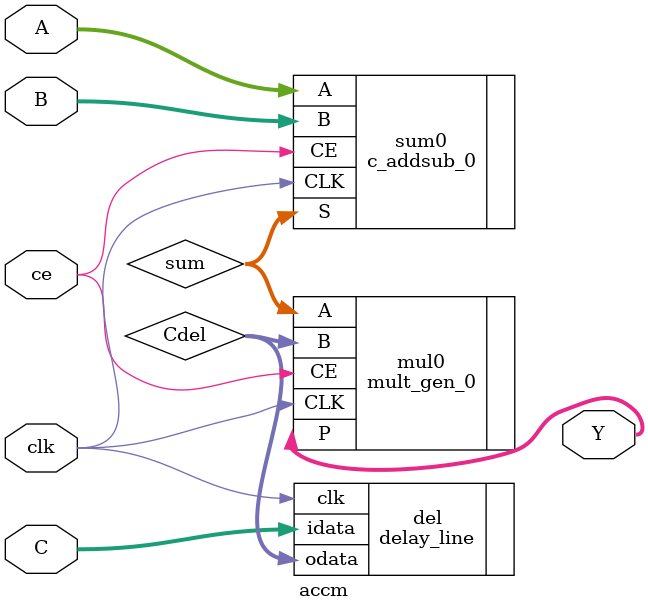
<source format=v>
`timescale 1ns / 1ps


module accm #(
    parameter N = 12
)
(
    input clk,
    input ce,
    input signed [N-1:0] A,
    input signed [N-1:0] B,
    input signed [N-1:0] C,
    output signed [2*N-1:0] Y
);

wire signed [N-1:0] sum;
wire signed [2*N-1:0] result;
wire signed [N-1:0] Cdel;

// latency = 2
c_addsub_0 sum0(
    .A(A),
    .B(B),
    .CLK(clk),
    .CE(ce),
    .S(sum)
);

delay_line #(
    .N(N),
    .DELAY(2)
) del (
    .clk(clk),
    .idata(C),
    .odata(Cdel)
);

mult_gen_0 mul0 (
    .A(sum),
    .B(Cdel),
    .CLK(clk),
    .CE(ce),
    .P(Y)
);

endmodule

</source>
